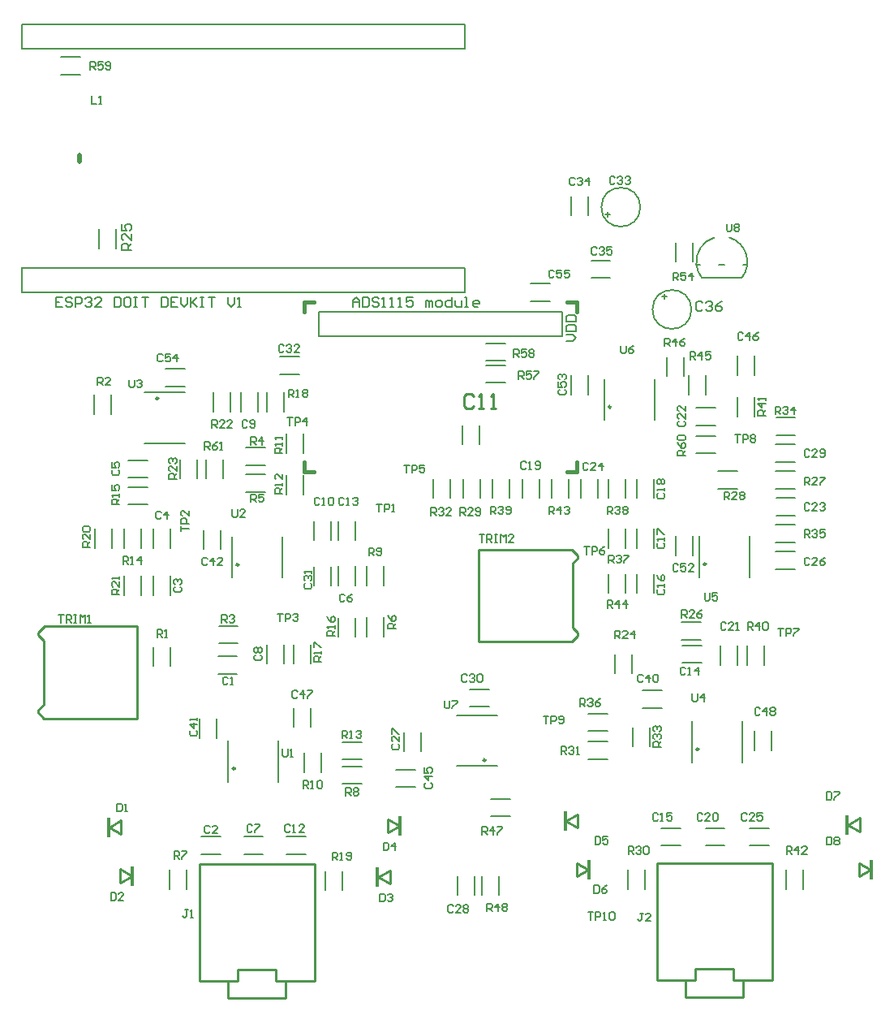
<source format=gto>
G04*
G04 #@! TF.GenerationSoftware,Altium Limited,Altium Designer,19.1.8 (144)*
G04*
G04 Layer_Color=65535*
%FSLAX25Y25*%
%MOIN*%
G70*
G01*
G75*
%ADD10C,0.00600*%
%ADD11C,0.01000*%
%ADD12C,0.00500*%
%ADD13C,0.00787*%
%ADD14C,0.01500*%
%ADD15C,0.01984*%
%ADD16C,0.00700*%
%ADD17C,0.00591*%
%ADD18C,0.00800*%
%ADD19R,0.01181X0.08268*%
D10*
X275500Y275000D02*
G03*
X275500Y275000I-8000J0D01*
G01*
X254500Y317000D02*
G03*
X254500Y317000I-8000J0D01*
G01*
X263500Y280500D02*
X265500D01*
X264500Y279500D02*
Y281500D01*
X299350Y165150D02*
Y181850D01*
X278650Y165150D02*
Y181850D01*
X276043Y174063D02*
Y181937D01*
X268957Y174063D02*
Y181937D01*
X205957Y197563D02*
Y205437D01*
X213043Y197563D02*
Y205437D01*
X193790Y197563D02*
Y205437D01*
X200877Y197563D02*
Y205437D01*
X169457Y197563D02*
Y205437D01*
X176543Y197563D02*
Y205437D01*
X188710Y197563D02*
Y205437D01*
X181623Y197563D02*
Y205437D01*
X188543Y219563D02*
Y227437D01*
X181457Y219563D02*
Y227437D01*
X31957Y300063D02*
Y307937D01*
X39043Y300063D02*
Y307937D01*
X233063Y97543D02*
X240937D01*
X233063Y90457D02*
X240937D01*
X124957Y36563D02*
Y44437D01*
X132043Y36563D02*
Y44437D01*
X109063Y51457D02*
X116937D01*
X109063Y58543D02*
X116937D01*
X91593D02*
X99467D01*
X91593Y51457D02*
X99467D01*
X82043Y176563D02*
Y184437D01*
X74957Y176563D02*
Y184437D01*
X260043Y197563D02*
Y205437D01*
X252957Y197563D02*
Y205437D01*
X248543Y177063D02*
Y184937D01*
X241457Y177063D02*
Y184937D01*
X248543Y197563D02*
Y205437D01*
X241457Y197563D02*
Y205437D01*
X229957Y197563D02*
Y205437D01*
X237043Y197563D02*
Y205437D01*
X225043Y197563D02*
Y205437D01*
X217957Y197563D02*
Y205437D01*
X260043Y177063D02*
Y184937D01*
X252957Y177063D02*
Y184937D01*
X310276Y223457D02*
X318150D01*
X310276Y230543D02*
X318150D01*
X310216Y168457D02*
X318090D01*
X310216Y175543D02*
X318090D01*
X310216Y186543D02*
X318090D01*
X310216Y179457D02*
X318090D01*
X310276Y197543D02*
X318150D01*
X310276Y190457D02*
X318150D01*
X310216Y208543D02*
X318090D01*
X310216Y201457D02*
X318090D01*
X310216Y212457D02*
X318090D01*
X310216Y219543D02*
X318090D01*
X286563Y208543D02*
X294437D01*
X286563Y201457D02*
X294437D01*
X277563Y215957D02*
X285437D01*
X277563Y223043D02*
X285437D01*
X277563Y227457D02*
X285437D01*
X277563Y234543D02*
X285437D01*
X265457Y247563D02*
Y255437D01*
X272543Y247563D02*
Y255437D01*
X281543Y240063D02*
Y247937D01*
X274457Y240063D02*
Y247937D01*
X16563Y371457D02*
X24437D01*
X16563Y378543D02*
X24437D01*
X60957Y37063D02*
Y44937D01*
X68043Y37063D02*
Y44937D01*
X74063Y58543D02*
X81937D01*
X74063Y51457D02*
X81937D01*
X154063Y78957D02*
X161937D01*
X154063Y86043D02*
X161937D01*
X132063Y80244D02*
X139937D01*
X132063Y87331D02*
X139937D01*
X132063Y90244D02*
X139937D01*
X132063Y97331D02*
X139937D01*
X123543Y85063D02*
Y92937D01*
X116457Y85063D02*
Y92937D01*
X119043Y103563D02*
Y111437D01*
X111957Y103563D02*
Y111437D01*
X85150Y81150D02*
Y97850D01*
X105850Y81150D02*
Y97850D01*
X80543Y99063D02*
Y106937D01*
X73457Y99063D02*
Y106937D01*
X29957Y232063D02*
Y239937D01*
X37043Y232063D02*
Y239937D01*
X106563Y255543D02*
X114437D01*
X106563Y248457D02*
X114437D01*
X78957Y233063D02*
Y240937D01*
X86043Y233063D02*
Y240937D01*
X90457Y233063D02*
Y240937D01*
X97543Y233063D02*
Y240937D01*
X108043Y233063D02*
Y240937D01*
X100957Y233063D02*
Y240937D01*
X108957Y216063D02*
Y223937D01*
X116043Y216063D02*
Y223937D01*
X108957Y199063D02*
Y206937D01*
X116043Y199063D02*
Y206937D01*
X92563Y207256D02*
X100437D01*
X92563Y200169D02*
X100437D01*
X92563Y211169D02*
X100437D01*
X92563Y218256D02*
X100437D01*
X83043Y205563D02*
Y213437D01*
X75957Y205563D02*
Y213437D01*
X72543Y205563D02*
Y213437D01*
X65457Y205563D02*
Y213437D01*
X44063Y213043D02*
X51937D01*
X44063Y205957D02*
X51937D01*
X44063Y202043D02*
X51937D01*
X44063Y194957D02*
X51937D01*
X30457Y177063D02*
Y184937D01*
X37543Y177063D02*
Y184937D01*
X49543Y177123D02*
Y184997D01*
X42457Y177123D02*
Y184997D01*
Y157776D02*
Y165650D01*
X49543Y157776D02*
Y165650D01*
X61543Y157776D02*
Y165650D01*
X54457Y157776D02*
Y165650D01*
X61543Y128563D02*
Y136437D01*
X54457Y128563D02*
Y136437D01*
X81276Y145043D02*
X89150D01*
X81276Y137957D02*
X89150D01*
X81035Y132543D02*
X88910D01*
X81035Y125457D02*
X88910D01*
X108043Y129563D02*
Y137437D01*
X100957Y129563D02*
Y137437D01*
X111957Y129563D02*
Y137437D01*
X119043Y129563D02*
Y137437D01*
X141957Y161776D02*
Y169650D01*
X149043Y161776D02*
Y169650D01*
X141957Y140776D02*
Y148650D01*
X149043Y140776D02*
Y148650D01*
X137543Y140563D02*
Y148437D01*
X130457Y140563D02*
Y148437D01*
Y161776D02*
Y169650D01*
X137543Y161776D02*
Y169650D01*
X127543Y161563D02*
Y169437D01*
X120457Y161563D02*
Y169437D01*
X260043Y158563D02*
Y166437D01*
X252957Y158563D02*
Y166437D01*
X241457Y158563D02*
Y166437D01*
X248543Y158563D02*
Y166437D01*
X271488Y146543D02*
X279362D01*
X271488Y139457D02*
X279362D01*
X271776Y137043D02*
X279650D01*
X271776Y129957D02*
X279650D01*
X255563Y111457D02*
X263437D01*
X255563Y118543D02*
X263437D01*
X258543Y95563D02*
Y103437D01*
X251457Y95563D02*
Y103437D01*
X196543Y34563D02*
Y42437D01*
X189457Y34563D02*
Y42437D01*
X186543Y34563D02*
Y42437D01*
X179457Y34563D02*
Y42437D01*
X233043Y240063D02*
Y247937D01*
X225957Y240063D02*
Y247937D01*
X260350Y229650D02*
Y246350D01*
X239650Y229650D02*
Y246350D01*
X209563Y285543D02*
X217437D01*
X209563Y278457D02*
X217437D01*
X234263Y287957D02*
X242137D01*
X234263Y295043D02*
X242137D01*
X276043Y294563D02*
Y302437D01*
X268957Y294563D02*
Y302437D01*
X240000Y314000D02*
X242000D01*
X241000Y313000D02*
Y315000D01*
X225957Y313563D02*
Y321437D01*
X233043Y313563D02*
Y321437D01*
X179150Y87650D02*
X195850D01*
X179150Y108350D02*
X195850D01*
X296350Y89150D02*
Y105850D01*
X275650Y89150D02*
Y105850D01*
X50650Y240850D02*
X67350D01*
X50650Y220150D02*
X67350D01*
X86650Y164863D02*
Y181563D01*
X107350Y164863D02*
Y181563D01*
X61543Y177063D02*
Y184937D01*
X54457Y177063D02*
Y184937D01*
X301457Y94063D02*
Y101937D01*
X308543Y94063D02*
Y101937D01*
X301543Y248063D02*
Y255937D01*
X294457Y248063D02*
Y255937D01*
X59563Y250543D02*
X67437D01*
X59563Y243457D02*
X67437D01*
X193063Y66957D02*
X200937D01*
X193063Y74043D02*
X200937D01*
X191063Y253957D02*
X198937D01*
X191063Y261043D02*
X198937D01*
X191063Y252043D02*
X198937D01*
X191063Y244957D02*
X198937D01*
X164543Y93563D02*
Y101437D01*
X157457Y93563D02*
Y101437D01*
X301543Y231063D02*
Y238937D01*
X294457Y231063D02*
Y238937D01*
X184563Y111957D02*
X192437D01*
X184563Y119043D02*
X192437D01*
X120457Y180276D02*
Y188150D01*
X127543Y180276D02*
Y188150D01*
X130457Y180276D02*
Y188150D01*
X137543Y180276D02*
Y188150D01*
X243957Y125563D02*
Y133437D01*
X251043Y125563D02*
Y133437D01*
X263063Y54957D02*
X270937D01*
X263063Y62043D02*
X270937D01*
X256543Y37063D02*
Y44937D01*
X249457Y37063D02*
Y44937D01*
X281343Y54957D02*
X289217D01*
X281343Y62043D02*
X289217D01*
X287457Y129063D02*
Y136937D01*
X294543Y129063D02*
Y136937D01*
X233063Y101957D02*
X240937D01*
X233063Y109043D02*
X240937D01*
X305543Y129063D02*
Y136937D01*
X298457Y129063D02*
Y136937D01*
X321543Y37063D02*
Y44937D01*
X314457Y37063D02*
Y44937D01*
X299563Y62043D02*
X307437D01*
X299563Y54957D02*
X307437D01*
D11*
X281500Y170500D02*
G03*
X281500Y170500I-500J0D01*
G01*
X88000Y86500D02*
G03*
X88000Y86500I-500J0D01*
G01*
X242500Y235000D02*
G03*
X242500Y235000I-500J0D01*
G01*
X191000Y90000D02*
G03*
X191000Y90000I-500J0D01*
G01*
X278500Y94500D02*
G03*
X278500Y94500I-500J0D01*
G01*
X56500Y238500D02*
G03*
X56500Y238500I-500J0D01*
G01*
X89500Y170213D02*
G03*
X89500Y170213I-500J0D01*
G01*
X146776Y42000D02*
X151697Y44756D01*
Y39244D02*
Y44756D01*
X146776Y42000D02*
X151697Y39244D01*
X9543Y107102D02*
X47791D01*
X7083Y109563D02*
X9543Y107102D01*
X9677Y144898D02*
X47791D01*
X9617D02*
X9677D01*
X7083Y142364D02*
X9617Y144898D01*
X9287Y112752D02*
Y139052D01*
X7083Y110547D02*
X9287Y112752D01*
Y139052D02*
Y139097D01*
X7083Y141302D02*
X9287Y139097D01*
X7083Y109563D02*
Y110547D01*
Y141302D02*
Y142364D01*
X47791Y107102D02*
Y144898D01*
X36276Y62500D02*
X41197Y65256D01*
Y59744D02*
Y65256D01*
X36276Y62500D02*
X41197Y59744D01*
X40803Y39744D02*
X45724Y42500D01*
X40803Y39744D02*
Y45256D01*
X45724Y42500D01*
X104874Y-716D02*
X108811D01*
X104874D02*
Y4008D01*
X85189Y-716D02*
X89126D01*
X85189Y-7803D02*
Y-716D01*
X73378D02*
X85189D01*
X89126D02*
Y4008D01*
X108811Y-716D02*
X120622D01*
X108811Y-7803D02*
Y-716D01*
X85189Y-7803D02*
X108811D01*
X89126Y4008D02*
X104874D01*
X120622Y-716D02*
Y47315D01*
X73378Y-716D02*
Y47315D01*
X120622D01*
X150803Y60244D02*
X155724Y63000D01*
X150803Y60244D02*
Y65756D01*
X155724Y63000D01*
X261378Y47815D02*
X308622D01*
X261378Y-216D02*
Y47815D01*
X308622Y-216D02*
Y47815D01*
X277126Y4508D02*
X292874D01*
X273189Y-7303D02*
X296811D01*
Y-216D01*
X308622D01*
X277126D02*
Y4508D01*
X261378Y-216D02*
X273189D01*
Y-7303D02*
Y-216D01*
X277126D01*
X292874D02*
Y4508D01*
Y-216D02*
X296811D01*
X228303Y42244D02*
X233224Y45000D01*
X228303Y42244D02*
Y47756D01*
X233224Y45000D01*
X223815Y65000D02*
X228736Y67756D01*
Y62244D02*
Y67756D01*
X223815Y65000D02*
X228736Y62244D01*
X188209Y138602D02*
Y176398D01*
X228917Y141136D02*
Y142198D01*
Y172953D02*
Y173937D01*
X226713Y144403D02*
X228917Y142198D01*
X226713Y144403D02*
Y144448D01*
Y170748D02*
X228917Y172953D01*
X226713Y144448D02*
Y170748D01*
X226383Y138602D02*
X228917Y141136D01*
X226323Y138602D02*
X226383D01*
X188209D02*
X226323D01*
X226457Y176398D02*
X228917Y173937D01*
X188209Y176398D02*
X226457D01*
X339776Y63500D02*
X344697Y60744D01*
Y66256D01*
X339776Y63500D02*
X344697Y66256D01*
X344303Y47756D02*
X349224Y45000D01*
X344303Y42244D02*
Y47756D01*
Y42244D02*
X349224Y45000D01*
X185999Y239398D02*
X184999Y240398D01*
X183000D01*
X182000Y239398D01*
Y235400D01*
X183000Y234400D01*
X184999D01*
X185999Y235400D01*
X187998Y234400D02*
X189997D01*
X188998D01*
Y240398D01*
X187998Y239398D01*
X192996Y234400D02*
X194996D01*
X193996D01*
Y240398D01*
X192996Y239398D01*
D12*
X296246Y288000D02*
G03*
X291096Y304533I-8246J6500D01*
G01*
X284904Y304533D02*
G03*
X277548Y293500I3096J-10033D01*
G01*
X277548D02*
G03*
X279754Y288000I10452J1000D01*
G01*
X421Y282079D02*
X182500Y282079D01*
Y291921D01*
X421Y282079D02*
Y292500D01*
Y382079D02*
Y391921D01*
Y291921D02*
X182500Y291921D01*
X500Y382079D02*
X182500D01*
Y391921D01*
X421Y391921D02*
X182500Y391921D01*
X296873Y293500D02*
X298452D01*
X286873D02*
X289127D01*
X277548D02*
X279127D01*
X279754Y288000D02*
X296246D01*
D13*
X122500Y264000D02*
Y274000D01*
Y264000D02*
X222500D01*
Y274000D01*
X122500D02*
X222500D01*
D14*
X116500Y208500D02*
Y212437D01*
Y274063D02*
Y278000D01*
X228500Y208500D02*
Y212437D01*
Y274063D02*
Y278000D01*
X116500Y208500D02*
X120437D01*
X224563D02*
X228500D01*
X116500Y278000D02*
X120437D01*
X224563D02*
X228500D01*
D15*
X24000Y335750D02*
Y338250D01*
D16*
X280166Y277832D02*
X279499Y278499D01*
X278166D01*
X277500Y277832D01*
Y275166D01*
X278166Y274500D01*
X279499D01*
X280166Y275166D01*
X281499Y277832D02*
X282165Y278499D01*
X283498D01*
X284165Y277832D01*
Y277166D01*
X283498Y276499D01*
X282832D01*
X283498D01*
X284165Y275833D01*
Y275166D01*
X283498Y274500D01*
X282165D01*
X281499Y275166D01*
X288163Y278499D02*
X286830Y277832D01*
X285497Y276499D01*
Y275166D01*
X286164Y274500D01*
X287497D01*
X288163Y275166D01*
Y275833D01*
X287497Y276499D01*
X285497D01*
D17*
X281000Y158649D02*
Y156025D01*
X281525Y155500D01*
X282574D01*
X283099Y156025D01*
Y158649D01*
X286248D02*
X284149D01*
Y157074D01*
X285198Y157599D01*
X285723D01*
X286248Y157074D01*
Y156025D01*
X285723Y155500D01*
X284673D01*
X284149Y156025D01*
X270099Y170124D02*
X269574Y170649D01*
X268525D01*
X268000Y170124D01*
Y168025D01*
X268525Y167500D01*
X269574D01*
X270099Y168025D01*
X273248Y170649D02*
X271149D01*
Y169074D01*
X272198Y169599D01*
X272723D01*
X273248Y169074D01*
Y168025D01*
X272723Y167500D01*
X271673D01*
X271149Y168025D01*
X276396Y167500D02*
X274297D01*
X276396Y169599D01*
Y170124D01*
X275871Y170649D01*
X274822D01*
X274297Y170124D01*
X207599Y212124D02*
X207074Y212649D01*
X206025D01*
X205500Y212124D01*
Y210025D01*
X206025Y209500D01*
X207074D01*
X207599Y210025D01*
X208649Y209500D02*
X209698D01*
X209173D01*
Y212649D01*
X208649Y212124D01*
X211272Y210025D02*
X211797Y209500D01*
X212847D01*
X213371Y210025D01*
Y212124D01*
X212847Y212649D01*
X211797D01*
X211272Y212124D01*
Y211599D01*
X211797Y211074D01*
X213371D01*
X193000Y191000D02*
Y194149D01*
X194574D01*
X195099Y193624D01*
Y192574D01*
X194574Y192050D01*
X193000D01*
X194050D02*
X195099Y191000D01*
X196149Y193624D02*
X196673Y194149D01*
X197723D01*
X198248Y193624D01*
Y193099D01*
X197723Y192574D01*
X197198D01*
X197723D01*
X198248Y192050D01*
Y191525D01*
X197723Y191000D01*
X196673D01*
X196149Y191525D01*
X199297D02*
X199822Y191000D01*
X200871D01*
X201396Y191525D01*
Y193624D01*
X200871Y194149D01*
X199822D01*
X199297Y193624D01*
Y193099D01*
X199822Y192574D01*
X201396D01*
X168500Y190500D02*
Y193649D01*
X170074D01*
X170599Y193124D01*
Y192074D01*
X170074Y191550D01*
X168500D01*
X169550D02*
X170599Y190500D01*
X171649Y193124D02*
X172173Y193649D01*
X173223D01*
X173748Y193124D01*
Y192599D01*
X173223Y192074D01*
X172698D01*
X173223D01*
X173748Y191550D01*
Y191025D01*
X173223Y190500D01*
X172173D01*
X171649Y191025D01*
X176896Y190500D02*
X174797D01*
X176896Y192599D01*
Y193124D01*
X176372Y193649D01*
X175322D01*
X174797Y193124D01*
X180500Y190500D02*
Y193649D01*
X182074D01*
X182599Y193124D01*
Y192074D01*
X182074Y191550D01*
X180500D01*
X181550D02*
X182599Y190500D01*
X185748D02*
X183649D01*
X185748Y192599D01*
Y193124D01*
X185223Y193649D01*
X184173D01*
X183649Y193124D01*
X186797Y191025D02*
X187322Y190500D01*
X188372D01*
X188896Y191025D01*
Y193124D01*
X188372Y193649D01*
X187322D01*
X186797Y193124D01*
Y192599D01*
X187322Y192074D01*
X188896D01*
X45500Y299500D02*
X41564D01*
Y301468D01*
X42220Y302124D01*
X43532D01*
X44188Y301468D01*
Y299500D01*
Y300812D02*
X45500Y302124D01*
Y306060D02*
Y303436D01*
X42876Y306060D01*
X42220D01*
X41564Y305404D01*
Y304092D01*
X42220Y303436D01*
X41564Y309995D02*
Y307371D01*
X43532D01*
X42876Y308683D01*
Y309339D01*
X43532Y309995D01*
X44844D01*
X45500Y309339D01*
Y308027D01*
X44844Y307371D01*
X29000Y362649D02*
Y359500D01*
X31099D01*
X32149D02*
X33198D01*
X32673D01*
Y362649D01*
X32149Y362124D01*
X31500Y244000D02*
Y247149D01*
X33074D01*
X33599Y246624D01*
Y245574D01*
X33074Y245050D01*
X31500D01*
X32550D02*
X33599Y244000D01*
X36748D02*
X34649D01*
X36748Y246099D01*
Y246624D01*
X36223Y247149D01*
X35173D01*
X34649Y246624D01*
X227599Y328624D02*
X227074Y329149D01*
X226025D01*
X225500Y328624D01*
Y326525D01*
X226025Y326000D01*
X227074D01*
X227599Y326525D01*
X228649Y328624D02*
X229173Y329149D01*
X230223D01*
X230748Y328624D01*
Y328099D01*
X230223Y327574D01*
X229698D01*
X230223D01*
X230748Y327049D01*
Y326525D01*
X230223Y326000D01*
X229173D01*
X228649Y326525D01*
X233371Y326000D02*
Y329149D01*
X231797Y327574D01*
X233896D01*
X244099Y329124D02*
X243574Y329649D01*
X242525D01*
X242000Y329124D01*
Y327025D01*
X242525Y326500D01*
X243574D01*
X244099Y327025D01*
X245149Y329124D02*
X245673Y329649D01*
X246723D01*
X247248Y329124D01*
Y328599D01*
X246723Y328074D01*
X246198D01*
X246723D01*
X247248Y327550D01*
Y327025D01*
X246723Y326500D01*
X245673D01*
X245149Y327025D01*
X248297Y329124D02*
X248822Y329649D01*
X249871D01*
X250396Y329124D01*
Y328599D01*
X249871Y328074D01*
X249347D01*
X249871D01*
X250396Y327550D01*
Y327025D01*
X249871Y326500D01*
X248822D01*
X248297Y327025D01*
X75500Y217500D02*
Y220649D01*
X77074D01*
X77599Y220124D01*
Y219074D01*
X77074Y218549D01*
X75500D01*
X76550D02*
X77599Y217500D01*
X80748Y220649D02*
X79698Y220124D01*
X78649Y219074D01*
Y218025D01*
X79173Y217500D01*
X80223D01*
X80748Y218025D01*
Y218549D01*
X80223Y219074D01*
X78649D01*
X81797Y217500D02*
X82847D01*
X82322D01*
Y220649D01*
X81797Y220124D01*
X273000Y215000D02*
X269851D01*
Y216574D01*
X270376Y217099D01*
X271426D01*
X271951Y216574D01*
Y215000D01*
Y216050D02*
X273000Y217099D01*
X269851Y220248D02*
X270376Y219198D01*
X271426Y218149D01*
X272475D01*
X273000Y218673D01*
Y219723D01*
X272475Y220248D01*
X271951D01*
X271426Y219723D01*
Y218149D01*
X270376Y221297D02*
X269851Y221822D01*
Y222871D01*
X270376Y223396D01*
X272475D01*
X273000Y222871D01*
Y221822D01*
X272475Y221297D01*
X270376D01*
X219099Y290624D02*
X218574Y291149D01*
X217525D01*
X217000Y290624D01*
Y288525D01*
X217525Y288000D01*
X218574D01*
X219099Y288525D01*
X222248Y291149D02*
X220149D01*
Y289574D01*
X221198Y290099D01*
X221723D01*
X222248Y289574D01*
Y288525D01*
X221723Y288000D01*
X220673D01*
X220149Y288525D01*
X225396Y291149D02*
X223297D01*
Y289574D01*
X224347Y290099D01*
X224871D01*
X225396Y289574D01*
Y288525D01*
X224871Y288000D01*
X223822D01*
X223297Y288525D01*
X28500Y373500D02*
Y376649D01*
X30074D01*
X30599Y376124D01*
Y375074D01*
X30074Y374550D01*
X28500D01*
X29550D02*
X30599Y373500D01*
X33748Y376649D02*
X31649D01*
Y375074D01*
X32698Y375599D01*
X33223D01*
X33748Y375074D01*
Y374025D01*
X33223Y373500D01*
X32173D01*
X31649Y374025D01*
X34797D02*
X35322Y373500D01*
X36371D01*
X36896Y374025D01*
Y376124D01*
X36371Y376649D01*
X35322D01*
X34797Y376124D01*
Y375599D01*
X35322Y375074D01*
X36896D01*
X233000Y27649D02*
X235099D01*
X234050D01*
Y24500D01*
X236149D02*
Y27649D01*
X237723D01*
X238248Y27124D01*
Y26074D01*
X237723Y25550D01*
X236149D01*
X239297Y24500D02*
X240347D01*
X239822D01*
Y27649D01*
X239297Y27124D01*
X241921D02*
X242446Y27649D01*
X243495D01*
X244020Y27124D01*
Y25025D01*
X243495Y24500D01*
X242446D01*
X241921Y25025D01*
Y27124D01*
X214700Y108149D02*
X216799D01*
X215750D01*
Y105000D01*
X217849D02*
Y108149D01*
X219423D01*
X219948Y107624D01*
Y106574D01*
X219423Y106050D01*
X217849D01*
X220997Y105525D02*
X221522Y105000D01*
X222571D01*
X223096Y105525D01*
Y107624D01*
X222571Y108149D01*
X221522D01*
X220997Y107624D01*
Y107099D01*
X221522Y106574D01*
X223096D01*
X293500Y223649D02*
X295599D01*
X294549D01*
Y220500D01*
X296649D02*
Y223649D01*
X298223D01*
X298748Y223124D01*
Y222074D01*
X298223Y221550D01*
X296649D01*
X299797Y223124D02*
X300322Y223649D01*
X301372D01*
X301896Y223124D01*
Y222599D01*
X301372Y222074D01*
X301896Y221550D01*
Y221025D01*
X301372Y220500D01*
X300322D01*
X299797Y221025D01*
Y221550D01*
X300322Y222074D01*
X299797Y222599D01*
Y223124D01*
X300322Y222074D02*
X301372D01*
X311200Y144149D02*
X313299D01*
X312249D01*
Y141000D01*
X314349D02*
Y144149D01*
X315923D01*
X316448Y143624D01*
Y142574D01*
X315923Y142050D01*
X314349D01*
X317497Y144149D02*
X319596D01*
Y143624D01*
X317497Y141525D01*
Y141000D01*
X231500Y177649D02*
X233599D01*
X232550D01*
Y174500D01*
X234649D02*
Y177649D01*
X236223D01*
X236748Y177124D01*
Y176074D01*
X236223Y175549D01*
X234649D01*
X239896Y177649D02*
X238847Y177124D01*
X237797Y176074D01*
Y175025D01*
X238322Y174500D01*
X239371D01*
X239896Y175025D01*
Y175549D01*
X239371Y176074D01*
X237797D01*
X157500Y211149D02*
X159599D01*
X158549D01*
Y208000D01*
X160649D02*
Y211149D01*
X162223D01*
X162748Y210624D01*
Y209574D01*
X162223Y209050D01*
X160649D01*
X165896Y211149D02*
X163797D01*
Y209574D01*
X164847Y210099D01*
X165372D01*
X165896Y209574D01*
Y208525D01*
X165372Y208000D01*
X164322D01*
X163797Y208525D01*
X109500Y230649D02*
X111599D01*
X110549D01*
Y227500D01*
X112649D02*
Y230649D01*
X114223D01*
X114748Y230124D01*
Y229074D01*
X114223Y228550D01*
X112649D01*
X117371Y227500D02*
Y230649D01*
X115797Y229074D01*
X117896D01*
X105500Y150149D02*
X107599D01*
X106550D01*
Y147000D01*
X108649D02*
Y150149D01*
X110223D01*
X110748Y149624D01*
Y148574D01*
X110223Y148049D01*
X108649D01*
X111797Y149624D02*
X112322Y150149D01*
X113372D01*
X113896Y149624D01*
Y149099D01*
X113372Y148574D01*
X112847D01*
X113372D01*
X113896Y148049D01*
Y147525D01*
X113372Y147000D01*
X112322D01*
X111797Y147525D01*
X65851Y184000D02*
Y186099D01*
Y185049D01*
X69000D01*
Y187149D02*
X65851D01*
Y188723D01*
X66376Y189248D01*
X67426D01*
X67950Y188723D01*
Y187149D01*
X69000Y192396D02*
Y190297D01*
X66901Y192396D01*
X66376D01*
X65851Y191872D01*
Y190822D01*
X66376Y190297D01*
X146200Y195149D02*
X148299D01*
X147249D01*
Y192000D01*
X149349D02*
Y195149D01*
X150923D01*
X151448Y194624D01*
Y193574D01*
X150923Y193050D01*
X149349D01*
X152497Y192000D02*
X153547D01*
X153022D01*
Y195149D01*
X152497Y194624D01*
X58299Y256224D02*
X57774Y256749D01*
X56725D01*
X56200Y256224D01*
Y254125D01*
X56725Y253600D01*
X57774D01*
X58299Y254125D01*
X61448Y256749D02*
X59349D01*
Y255174D01*
X60398Y255699D01*
X60923D01*
X61448Y255174D01*
Y254125D01*
X60923Y253600D01*
X59873D01*
X59349Y254125D01*
X64072Y253600D02*
Y256749D01*
X62497Y255174D01*
X64596D01*
X221376Y242099D02*
X220851Y241574D01*
Y240525D01*
X221376Y240000D01*
X223475D01*
X224000Y240525D01*
Y241574D01*
X223475Y242099D01*
X220851Y245248D02*
Y243149D01*
X222426D01*
X221901Y244198D01*
Y244723D01*
X222426Y245248D01*
X223475D01*
X224000Y244723D01*
Y243673D01*
X223475Y243149D01*
X221376Y246297D02*
X220851Y246822D01*
Y247871D01*
X221376Y248396D01*
X221901D01*
X222426Y247871D01*
Y247347D01*
Y247871D01*
X222951Y248396D01*
X223475D01*
X224000Y247871D01*
Y246822D01*
X223475Y246297D01*
X303699Y111124D02*
X303174Y111649D01*
X302125D01*
X301600Y111124D01*
Y109025D01*
X302125Y108500D01*
X303174D01*
X303699Y109025D01*
X306323Y108500D02*
Y111649D01*
X304749Y110074D01*
X306848D01*
X307897Y111124D02*
X308422Y111649D01*
X309472D01*
X309996Y111124D01*
Y110599D01*
X309472Y110074D01*
X309996Y109549D01*
Y109025D01*
X309472Y108500D01*
X308422D01*
X307897Y109025D01*
Y109549D01*
X308422Y110074D01*
X307897Y110599D01*
Y111124D01*
X308422Y110074D02*
X309472D01*
X113599Y118124D02*
X113074Y118649D01*
X112025D01*
X111500Y118124D01*
Y116025D01*
X112025Y115500D01*
X113074D01*
X113599Y116025D01*
X116223Y115500D02*
Y118649D01*
X114649Y117074D01*
X116748D01*
X117797Y118649D02*
X119896D01*
Y118124D01*
X117797Y116025D01*
Y115500D01*
X296699Y265124D02*
X296174Y265649D01*
X295125D01*
X294600Y265124D01*
Y263025D01*
X295125Y262500D01*
X296174D01*
X296699Y263025D01*
X299323Y262500D02*
Y265649D01*
X297749Y264074D01*
X299848D01*
X302996Y265649D02*
X301947Y265124D01*
X300897Y264074D01*
Y263025D01*
X301422Y262500D01*
X302471D01*
X302996Y263025D01*
Y263549D01*
X302471Y264074D01*
X300897D01*
X290000Y310149D02*
Y307525D01*
X290525Y307000D01*
X291574D01*
X292099Y307525D01*
Y310149D01*
X293149Y309624D02*
X293673Y310149D01*
X294723D01*
X295248Y309624D01*
Y309099D01*
X294723Y308574D01*
X295248Y308050D01*
Y307525D01*
X294723Y307000D01*
X293673D01*
X293149Y307525D01*
Y308050D01*
X293673Y308574D01*
X293149Y309099D01*
Y309624D01*
X293673Y308574D02*
X294723D01*
X174100Y114349D02*
Y111725D01*
X174625Y111200D01*
X175674D01*
X176199Y111725D01*
Y114349D01*
X177249D02*
X179348D01*
Y113824D01*
X177249Y111725D01*
Y111200D01*
X246500Y260149D02*
Y257525D01*
X247025Y257000D01*
X248074D01*
X248599Y257525D01*
Y260149D01*
X251748D02*
X250698Y259624D01*
X249649Y258574D01*
Y257525D01*
X250173Y257000D01*
X251223D01*
X251748Y257525D01*
Y258050D01*
X251223Y258574D01*
X249649D01*
X275900Y117249D02*
Y114625D01*
X276425Y114100D01*
X277474D01*
X277999Y114625D01*
Y117249D01*
X280623Y114100D02*
Y117249D01*
X279049Y115674D01*
X281148D01*
X44500Y246149D02*
Y243525D01*
X45025Y243000D01*
X46074D01*
X46599Y243525D01*
Y246149D01*
X47649Y245624D02*
X48173Y246149D01*
X49223D01*
X49748Y245624D01*
Y245099D01*
X49223Y244574D01*
X48698D01*
X49223D01*
X49748Y244050D01*
Y243525D01*
X49223Y243000D01*
X48173D01*
X47649Y243525D01*
X86900Y192949D02*
Y190325D01*
X87425Y189800D01*
X88474D01*
X88999Y190325D01*
Y192949D01*
X92148Y189800D02*
X90049D01*
X92148Y191899D01*
Y192424D01*
X91623Y192949D01*
X90573D01*
X90049Y192424D01*
X107500Y94649D02*
Y92025D01*
X108025Y91500D01*
X109074D01*
X109599Y92025D01*
Y94649D01*
X110649Y91500D02*
X111698D01*
X111173D01*
Y94649D01*
X110649Y94124D01*
X188300Y182649D02*
X190399D01*
X189349D01*
Y179500D01*
X191449D02*
Y182649D01*
X193023D01*
X193548Y182124D01*
Y181074D01*
X193023Y180550D01*
X191449D01*
X192498D02*
X193548Y179500D01*
X194597Y182649D02*
X195647D01*
X195122D01*
Y179500D01*
X194597D01*
X195647D01*
X197221D02*
Y182649D01*
X198270Y181599D01*
X199320Y182649D01*
Y179500D01*
X202469D02*
X200370D01*
X202469Y181599D01*
Y182124D01*
X201944Y182649D01*
X200894D01*
X200370Y182124D01*
X15500Y149649D02*
X17599D01*
X16549D01*
Y146500D01*
X18649D02*
Y149649D01*
X20223D01*
X20748Y149124D01*
Y148074D01*
X20223Y147549D01*
X18649D01*
X19698D02*
X20748Y146500D01*
X21797Y149649D02*
X22847D01*
X22322D01*
Y146500D01*
X21797D01*
X22847D01*
X24421D02*
Y149649D01*
X25471Y148599D01*
X26520Y149649D01*
Y146500D01*
X27570D02*
X28619D01*
X28094D01*
Y149649D01*
X27570Y149124D01*
X202500Y255500D02*
Y258649D01*
X204074D01*
X204599Y258124D01*
Y257074D01*
X204074Y256550D01*
X202500D01*
X203550D02*
X204599Y255500D01*
X207748Y258649D02*
X205649D01*
Y257074D01*
X206698Y257599D01*
X207223D01*
X207748Y257074D01*
Y256025D01*
X207223Y255500D01*
X206173D01*
X205649Y256025D01*
X208797Y258124D02*
X209322Y258649D01*
X210371D01*
X210896Y258124D01*
Y257599D01*
X210371Y257074D01*
X210896Y256550D01*
Y256025D01*
X210371Y255500D01*
X209322D01*
X208797Y256025D01*
Y256550D01*
X209322Y257074D01*
X208797Y257599D01*
Y258124D01*
X209322Y257074D02*
X210371D01*
X204500Y246500D02*
Y249649D01*
X206074D01*
X206599Y249124D01*
Y248074D01*
X206074Y247550D01*
X204500D01*
X205550D02*
X206599Y246500D01*
X209748Y249649D02*
X207649D01*
Y248074D01*
X208698Y248599D01*
X209223D01*
X209748Y248074D01*
Y247025D01*
X209223Y246500D01*
X208173D01*
X207649Y247025D01*
X210797Y249649D02*
X212896D01*
Y249124D01*
X210797Y247025D01*
Y246500D01*
X268000Y287000D02*
Y290149D01*
X269574D01*
X270099Y289624D01*
Y288574D01*
X269574Y288050D01*
X268000D01*
X269050D02*
X270099Y287000D01*
X273248Y290149D02*
X271149D01*
Y288574D01*
X272198Y289099D01*
X272723D01*
X273248Y288574D01*
Y287525D01*
X272723Y287000D01*
X271673D01*
X271149Y287525D01*
X275871Y287000D02*
Y290149D01*
X274297Y288574D01*
X276396D01*
X191500Y28000D02*
Y31149D01*
X193074D01*
X193599Y30624D01*
Y29574D01*
X193074Y29050D01*
X191500D01*
X192550D02*
X193599Y28000D01*
X196223D02*
Y31149D01*
X194649Y29574D01*
X196748D01*
X197797Y30624D02*
X198322Y31149D01*
X199372D01*
X199896Y30624D01*
Y30099D01*
X199372Y29574D01*
X199896Y29050D01*
Y28525D01*
X199372Y28000D01*
X198322D01*
X197797Y28525D01*
Y29050D01*
X198322Y29574D01*
X197797Y30099D01*
Y30624D01*
X198322Y29574D02*
X199372D01*
X189500Y59500D02*
Y62649D01*
X191074D01*
X191599Y62124D01*
Y61074D01*
X191074Y60549D01*
X189500D01*
X190550D02*
X191599Y59500D01*
X194223D02*
Y62649D01*
X192649Y61074D01*
X194748D01*
X195797Y62649D02*
X197896D01*
Y62124D01*
X195797Y60025D01*
Y59500D01*
X264500Y260000D02*
Y263149D01*
X266074D01*
X266599Y262624D01*
Y261574D01*
X266074Y261050D01*
X264500D01*
X265549D02*
X266599Y260000D01*
X269223D02*
Y263149D01*
X267649Y261574D01*
X269748D01*
X272896Y263149D02*
X271847Y262624D01*
X270797Y261574D01*
Y260525D01*
X271322Y260000D01*
X272372D01*
X272896Y260525D01*
Y261050D01*
X272372Y261574D01*
X270797D01*
X275000Y254500D02*
Y257649D01*
X276574D01*
X277099Y257124D01*
Y256074D01*
X276574Y255550D01*
X275000D01*
X276049D02*
X277099Y254500D01*
X279723D02*
Y257649D01*
X278149Y256074D01*
X280248D01*
X283396Y257649D02*
X281297D01*
Y256074D01*
X282347Y256599D01*
X282872D01*
X283396Y256074D01*
Y255025D01*
X282872Y254500D01*
X281822D01*
X281297Y255025D01*
X241000Y152500D02*
Y155649D01*
X242574D01*
X243099Y155124D01*
Y154074D01*
X242574Y153550D01*
X241000D01*
X242050D02*
X243099Y152500D01*
X245723D02*
Y155649D01*
X244149Y154074D01*
X246248D01*
X248871Y152500D02*
Y155649D01*
X247297Y154074D01*
X249396D01*
X217000Y191000D02*
Y194149D01*
X218574D01*
X219099Y193624D01*
Y192574D01*
X218574Y192050D01*
X217000D01*
X218050D02*
X219099Y191000D01*
X221723D02*
Y194149D01*
X220149Y192574D01*
X222248D01*
X223297Y193624D02*
X223822Y194149D01*
X224871D01*
X225396Y193624D01*
Y193099D01*
X224871Y192574D01*
X224347D01*
X224871D01*
X225396Y192050D01*
Y191525D01*
X224871Y191000D01*
X223822D01*
X223297Y191525D01*
X314600Y51500D02*
Y54649D01*
X316174D01*
X316699Y54124D01*
Y53074D01*
X316174Y52549D01*
X314600D01*
X315650D02*
X316699Y51500D01*
X319323D02*
Y54649D01*
X317749Y53074D01*
X319848D01*
X322996Y51500D02*
X320897D01*
X322996Y53599D01*
Y54124D01*
X322471Y54649D01*
X321422D01*
X320897Y54124D01*
X306000Y231500D02*
X302851D01*
Y233074D01*
X303376Y233599D01*
X304426D01*
X304950Y233074D01*
Y231500D01*
Y232550D02*
X306000Y233599D01*
Y236223D02*
X302851D01*
X304426Y234649D01*
Y236748D01*
X306000Y237797D02*
Y238847D01*
Y238322D01*
X302851D01*
X303376Y237797D01*
X298600Y143500D02*
Y146649D01*
X300174D01*
X300699Y146124D01*
Y145074D01*
X300174Y144550D01*
X298600D01*
X299650D02*
X300699Y143500D01*
X303323D02*
Y146649D01*
X301749Y145074D01*
X303848D01*
X304897Y146124D02*
X305422Y146649D01*
X306471D01*
X306996Y146124D01*
Y144025D01*
X306471Y143500D01*
X305422D01*
X304897Y144025D01*
Y146124D01*
X241000Y191000D02*
Y194149D01*
X242574D01*
X243099Y193624D01*
Y192574D01*
X242574Y192050D01*
X241000D01*
X242050D02*
X243099Y191000D01*
X244149Y193624D02*
X244673Y194149D01*
X245723D01*
X246248Y193624D01*
Y193099D01*
X245723Y192574D01*
X245198D01*
X245723D01*
X246248Y192050D01*
Y191525D01*
X245723Y191000D01*
X244673D01*
X244149Y191525D01*
X247297Y193624D02*
X247822Y194149D01*
X248871D01*
X249396Y193624D01*
Y193099D01*
X248871Y192574D01*
X249396Y192050D01*
Y191525D01*
X248871Y191000D01*
X247822D01*
X247297Y191525D01*
Y192050D01*
X247822Y192574D01*
X247297Y193099D01*
Y193624D01*
X247822Y192574D02*
X248871D01*
X241500Y171000D02*
Y174149D01*
X243074D01*
X243599Y173624D01*
Y172574D01*
X243074Y172049D01*
X241500D01*
X242549D02*
X243599Y171000D01*
X244649Y173624D02*
X245173Y174149D01*
X246223D01*
X246748Y173624D01*
Y173099D01*
X246223Y172574D01*
X245698D01*
X246223D01*
X246748Y172049D01*
Y171525D01*
X246223Y171000D01*
X245173D01*
X244649Y171525D01*
X247797Y174149D02*
X249896D01*
Y173624D01*
X247797Y171525D01*
Y171000D01*
X229700Y112100D02*
Y115249D01*
X231274D01*
X231799Y114724D01*
Y113674D01*
X231274Y113149D01*
X229700D01*
X230750D02*
X231799Y112100D01*
X232849Y114724D02*
X233373Y115249D01*
X234423D01*
X234948Y114724D01*
Y114199D01*
X234423Y113674D01*
X233898D01*
X234423D01*
X234948Y113149D01*
Y112625D01*
X234423Y112100D01*
X233373D01*
X232849Y112625D01*
X238096Y115249D02*
X237047Y114724D01*
X235997Y113674D01*
Y112625D01*
X236522Y112100D01*
X237572D01*
X238096Y112625D01*
Y113149D01*
X237572Y113674D01*
X235997D01*
X322000Y181500D02*
Y184649D01*
X323574D01*
X324099Y184124D01*
Y183074D01*
X323574Y182550D01*
X322000D01*
X323049D02*
X324099Y181500D01*
X325149Y184124D02*
X325673Y184649D01*
X326723D01*
X327248Y184124D01*
Y183599D01*
X326723Y183074D01*
X326198D01*
X326723D01*
X327248Y182550D01*
Y182025D01*
X326723Y181500D01*
X325673D01*
X325149Y182025D01*
X330396Y184649D02*
X328297D01*
Y183074D01*
X329347Y183599D01*
X329872D01*
X330396Y183074D01*
Y182025D01*
X329872Y181500D01*
X328822D01*
X328297Y182025D01*
X310000Y232000D02*
Y235149D01*
X311574D01*
X312099Y234624D01*
Y233574D01*
X311574Y233050D01*
X310000D01*
X311050D02*
X312099Y232000D01*
X313149Y234624D02*
X313673Y235149D01*
X314723D01*
X315248Y234624D01*
Y234099D01*
X314723Y233574D01*
X314198D01*
X314723D01*
X315248Y233050D01*
Y232525D01*
X314723Y232000D01*
X313673D01*
X313149Y232525D01*
X317871Y232000D02*
Y235149D01*
X316297Y233574D01*
X318396D01*
X263000Y95500D02*
X259851D01*
Y97074D01*
X260376Y97599D01*
X261426D01*
X261950Y97074D01*
Y95500D01*
Y96549D02*
X263000Y97599D01*
X260376Y98649D02*
X259851Y99173D01*
Y100223D01*
X260376Y100748D01*
X260901D01*
X261426Y100223D01*
Y99698D01*
Y100223D01*
X261950Y100748D01*
X262475D01*
X263000Y100223D01*
Y99173D01*
X262475Y98649D01*
X260376Y101797D02*
X259851Y102322D01*
Y103372D01*
X260376Y103896D01*
X260901D01*
X261426Y103372D01*
Y102847D01*
Y103372D01*
X261950Y103896D01*
X262475D01*
X263000Y103372D01*
Y102322D01*
X262475Y101797D01*
X222000Y92500D02*
Y95649D01*
X223574D01*
X224099Y95124D01*
Y94074D01*
X223574Y93550D01*
X222000D01*
X223049D02*
X224099Y92500D01*
X225149Y95124D02*
X225673Y95649D01*
X226723D01*
X227248Y95124D01*
Y94599D01*
X226723Y94074D01*
X226198D01*
X226723D01*
X227248Y93550D01*
Y93025D01*
X226723Y92500D01*
X225673D01*
X225149Y93025D01*
X228297Y92500D02*
X229347D01*
X228822D01*
Y95649D01*
X228297Y95124D01*
X249600Y51500D02*
Y54649D01*
X251174D01*
X251699Y54124D01*
Y53074D01*
X251174Y52549D01*
X249600D01*
X250649D02*
X251699Y51500D01*
X252749Y54124D02*
X253273Y54649D01*
X254323D01*
X254848Y54124D01*
Y53599D01*
X254323Y53074D01*
X253798D01*
X254323D01*
X254848Y52549D01*
Y52025D01*
X254323Y51500D01*
X253273D01*
X252749Y52025D01*
X255897Y54124D02*
X256422Y54649D01*
X257471D01*
X257996Y54124D01*
Y52025D01*
X257471Y51500D01*
X256422D01*
X255897Y52025D01*
Y54124D01*
X289000Y197000D02*
Y200149D01*
X290574D01*
X291099Y199624D01*
Y198574D01*
X290574Y198049D01*
X289000D01*
X290050D02*
X291099Y197000D01*
X294248D02*
X292149D01*
X294248Y199099D01*
Y199624D01*
X293723Y200149D01*
X292673D01*
X292149Y199624D01*
X295297D02*
X295822Y200149D01*
X296871D01*
X297396Y199624D01*
Y199099D01*
X296871Y198574D01*
X297396Y198049D01*
Y197525D01*
X296871Y197000D01*
X295822D01*
X295297Y197525D01*
Y198049D01*
X295822Y198574D01*
X295297Y199099D01*
Y199624D01*
X295822Y198574D02*
X296871D01*
X322000Y203000D02*
Y206149D01*
X323574D01*
X324099Y205624D01*
Y204574D01*
X323574Y204049D01*
X322000D01*
X323049D02*
X324099Y203000D01*
X327248D02*
X325149D01*
X327248Y205099D01*
Y205624D01*
X326723Y206149D01*
X325673D01*
X325149Y205624D01*
X328297Y206149D02*
X330396D01*
Y205624D01*
X328297Y203525D01*
Y203000D01*
X271500Y148500D02*
Y151649D01*
X273074D01*
X273599Y151124D01*
Y150074D01*
X273074Y149549D01*
X271500D01*
X272550D02*
X273599Y148500D01*
X276748D02*
X274649D01*
X276748Y150599D01*
Y151124D01*
X276223Y151649D01*
X275173D01*
X274649Y151124D01*
X279896Y151649D02*
X278847Y151124D01*
X277797Y150074D01*
Y149025D01*
X278322Y148500D01*
X279372D01*
X279896Y149025D01*
Y149549D01*
X279372Y150074D01*
X277797D01*
X244100Y140000D02*
Y143149D01*
X245674D01*
X246199Y142624D01*
Y141574D01*
X245674Y141050D01*
X244100D01*
X245149D02*
X246199Y140000D01*
X249348D02*
X247249D01*
X249348Y142099D01*
Y142624D01*
X248823Y143149D01*
X247773D01*
X247249Y142624D01*
X251972Y140000D02*
Y143149D01*
X250397Y141574D01*
X252496D01*
X64000Y205500D02*
X60851D01*
Y207074D01*
X61376Y207599D01*
X62426D01*
X62950Y207074D01*
Y205500D01*
Y206550D02*
X64000Y207599D01*
Y210748D02*
Y208649D01*
X61901Y210748D01*
X61376D01*
X60851Y210223D01*
Y209173D01*
X61376Y208649D01*
Y211797D02*
X60851Y212322D01*
Y213371D01*
X61376Y213896D01*
X61901D01*
X62426Y213371D01*
Y212847D01*
Y213371D01*
X62950Y213896D01*
X63475D01*
X64000Y213371D01*
Y212322D01*
X63475Y211797D01*
X78500Y226500D02*
Y229649D01*
X80074D01*
X80599Y229124D01*
Y228074D01*
X80074Y227550D01*
X78500D01*
X79549D02*
X80599Y226500D01*
X83748D02*
X81649D01*
X83748Y228599D01*
Y229124D01*
X83223Y229649D01*
X82173D01*
X81649Y229124D01*
X86896Y226500D02*
X84797D01*
X86896Y228599D01*
Y229124D01*
X86371Y229649D01*
X85322D01*
X84797Y229124D01*
X40500Y158000D02*
X37351D01*
Y159574D01*
X37876Y160099D01*
X38926D01*
X39450Y159574D01*
Y158000D01*
Y159049D02*
X40500Y160099D01*
Y163248D02*
Y161149D01*
X38401Y163248D01*
X37876D01*
X37351Y162723D01*
Y161673D01*
X37876Y161149D01*
X40500Y164297D02*
Y165347D01*
Y164822D01*
X37351D01*
X37876Y164297D01*
X28500Y177500D02*
X25351D01*
Y179074D01*
X25876Y179599D01*
X26926D01*
X27450Y179074D01*
Y177500D01*
Y178550D02*
X28500Y179599D01*
Y182748D02*
Y180649D01*
X26401Y182748D01*
X25876D01*
X25351Y182223D01*
Y181173D01*
X25876Y180649D01*
Y183797D02*
X25351Y184322D01*
Y185371D01*
X25876Y185896D01*
X27975D01*
X28500Y185371D01*
Y184322D01*
X27975Y183797D01*
X25876D01*
X128000Y49000D02*
Y52149D01*
X129574D01*
X130099Y51624D01*
Y50574D01*
X129574Y50050D01*
X128000D01*
X129050D02*
X130099Y49000D01*
X131149D02*
X132198D01*
X131673D01*
Y52149D01*
X131149Y51624D01*
X133772Y49525D02*
X134297Y49000D01*
X135347D01*
X135872Y49525D01*
Y51624D01*
X135347Y52149D01*
X134297D01*
X133772Y51624D01*
Y51099D01*
X134297Y50574D01*
X135872D01*
X110000Y239000D02*
Y242149D01*
X111574D01*
X112099Y241624D01*
Y240574D01*
X111574Y240050D01*
X110000D01*
X111049D02*
X112099Y239000D01*
X113149D02*
X114198D01*
X113673D01*
Y242149D01*
X113149Y241624D01*
X115772D02*
X116297Y242149D01*
X117347D01*
X117871Y241624D01*
Y241099D01*
X117347Y240574D01*
X117871Y240050D01*
Y239525D01*
X117347Y239000D01*
X116297D01*
X115772Y239525D01*
Y240050D01*
X116297Y240574D01*
X115772Y241099D01*
Y241624D01*
X116297Y240574D02*
X117347D01*
X123500Y130500D02*
X120351D01*
Y132074D01*
X120876Y132599D01*
X121926D01*
X122450Y132074D01*
Y130500D01*
Y131550D02*
X123500Y132599D01*
Y133649D02*
Y134698D01*
Y134173D01*
X120351D01*
X120876Y133649D01*
X120351Y136272D02*
Y138372D01*
X120876D01*
X122975Y136272D01*
X123500D01*
X129000Y141000D02*
X125851D01*
Y142574D01*
X126376Y143099D01*
X127426D01*
X127951Y142574D01*
Y141000D01*
Y142050D02*
X129000Y143099D01*
Y144149D02*
Y145198D01*
Y144673D01*
X125851D01*
X126376Y144149D01*
X125851Y148872D02*
X126376Y147822D01*
X127426Y146772D01*
X128475D01*
X129000Y147297D01*
Y148347D01*
X128475Y148872D01*
X127951D01*
X127426Y148347D01*
Y146772D01*
X40500Y195000D02*
X37351D01*
Y196574D01*
X37876Y197099D01*
X38926D01*
X39450Y196574D01*
Y195000D01*
Y196049D02*
X40500Y197099D01*
Y198149D02*
Y199198D01*
Y198673D01*
X37351D01*
X37876Y198149D01*
X37351Y202871D02*
Y200772D01*
X38926D01*
X38401Y201822D01*
Y202347D01*
X38926Y202871D01*
X39975D01*
X40500Y202347D01*
Y201297D01*
X39975Y200772D01*
X42000Y170500D02*
Y173649D01*
X43574D01*
X44099Y173124D01*
Y172074D01*
X43574Y171549D01*
X42000D01*
X43049D02*
X44099Y170500D01*
X45149D02*
X46198D01*
X45673D01*
Y173649D01*
X45149Y173124D01*
X49347Y170500D02*
Y173649D01*
X47772Y172074D01*
X49872D01*
X132000Y99000D02*
Y102149D01*
X133574D01*
X134099Y101624D01*
Y100574D01*
X133574Y100049D01*
X132000D01*
X133049D02*
X134099Y99000D01*
X135149D02*
X136198D01*
X135673D01*
Y102149D01*
X135149Y101624D01*
X137772D02*
X138297Y102149D01*
X139347D01*
X139872Y101624D01*
Y101099D01*
X139347Y100574D01*
X138822D01*
X139347D01*
X139872Y100049D01*
Y99525D01*
X139347Y99000D01*
X138297D01*
X137772Y99525D01*
X107500Y199500D02*
X104351D01*
Y201074D01*
X104876Y201599D01*
X105926D01*
X106450Y201074D01*
Y199500D01*
Y200550D02*
X107500Y201599D01*
Y202649D02*
Y203698D01*
Y203173D01*
X104351D01*
X104876Y202649D01*
X107500Y207371D02*
Y205272D01*
X105401Y207371D01*
X104876D01*
X104351Y206847D01*
Y205797D01*
X104876Y205272D01*
X107500Y216000D02*
X104351D01*
Y217574D01*
X104876Y218099D01*
X105926D01*
X106450Y217574D01*
Y216000D01*
Y217050D02*
X107500Y218099D01*
Y219149D02*
Y220198D01*
Y219673D01*
X104351D01*
X104876Y219149D01*
X107500Y221772D02*
Y222822D01*
Y222297D01*
X104351D01*
X104876Y221772D01*
X116000Y78500D02*
Y81649D01*
X117574D01*
X118099Y81124D01*
Y80074D01*
X117574Y79549D01*
X116000D01*
X117050D02*
X118099Y78500D01*
X119149D02*
X120198D01*
X119673D01*
Y81649D01*
X119149Y81124D01*
X121772D02*
X122297Y81649D01*
X123347D01*
X123872Y81124D01*
Y79025D01*
X123347Y78500D01*
X122297D01*
X121772Y79025D01*
Y81124D01*
X143000Y174000D02*
Y177149D01*
X144574D01*
X145099Y176624D01*
Y175574D01*
X144574Y175049D01*
X143000D01*
X144050D02*
X145099Y174000D01*
X146149Y174525D02*
X146673Y174000D01*
X147723D01*
X148248Y174525D01*
Y176624D01*
X147723Y177149D01*
X146673D01*
X146149Y176624D01*
Y176099D01*
X146673Y175574D01*
X148248D01*
X133500Y75500D02*
Y78649D01*
X135074D01*
X135599Y78124D01*
Y77074D01*
X135074Y76550D01*
X133500D01*
X134549D02*
X135599Y75500D01*
X136649Y78124D02*
X137173Y78649D01*
X138223D01*
X138748Y78124D01*
Y77599D01*
X138223Y77074D01*
X138748Y76550D01*
Y76025D01*
X138223Y75500D01*
X137173D01*
X136649Y76025D01*
Y76550D01*
X137173Y77074D01*
X136649Y77599D01*
Y78124D01*
X137173Y77074D02*
X138223D01*
X63000Y49500D02*
Y52649D01*
X64574D01*
X65099Y52124D01*
Y51074D01*
X64574Y50550D01*
X63000D01*
X64050D02*
X65099Y49500D01*
X66149Y52649D02*
X68248D01*
Y52124D01*
X66149Y50025D01*
Y49500D01*
X154000Y144000D02*
X150851D01*
Y145574D01*
X151376Y146099D01*
X152426D01*
X152951Y145574D01*
Y144000D01*
Y145050D02*
X154000Y146099D01*
X150851Y149248D02*
X151376Y148198D01*
X152426Y147149D01*
X153475D01*
X154000Y147673D01*
Y148723D01*
X153475Y149248D01*
X152951D01*
X152426Y148723D01*
Y147149D01*
X94500Y196000D02*
Y199149D01*
X96074D01*
X96599Y198624D01*
Y197574D01*
X96074Y197049D01*
X94500D01*
X95549D02*
X96599Y196000D01*
X99748Y199149D02*
X97649D01*
Y197574D01*
X98698Y198099D01*
X99223D01*
X99748Y197574D01*
Y196525D01*
X99223Y196000D01*
X98173D01*
X97649Y196525D01*
X94500Y219500D02*
Y222649D01*
X96074D01*
X96599Y222124D01*
Y221074D01*
X96074Y220550D01*
X94500D01*
X95549D02*
X96599Y219500D01*
X99223D02*
Y222649D01*
X97649Y221074D01*
X99748D01*
X82500Y146500D02*
Y149649D01*
X84074D01*
X84599Y149124D01*
Y148074D01*
X84074Y147549D01*
X82500D01*
X83549D02*
X84599Y146500D01*
X85649Y149124D02*
X86173Y149649D01*
X87223D01*
X87748Y149124D01*
Y148599D01*
X87223Y148074D01*
X86698D01*
X87223D01*
X87748Y147549D01*
Y147025D01*
X87223Y146500D01*
X86173D01*
X85649Y147025D01*
X56000Y140500D02*
Y143649D01*
X57574D01*
X58099Y143124D01*
Y142074D01*
X57574Y141550D01*
X56000D01*
X57050D02*
X58099Y140500D01*
X59149D02*
X60198D01*
X59673D01*
Y143649D01*
X59149Y143124D01*
X255599Y27149D02*
X254550D01*
X255074D01*
Y24525D01*
X254550Y24000D01*
X254025D01*
X253500Y24525D01*
X258748Y24000D02*
X256649D01*
X258748Y26099D01*
Y26624D01*
X258223Y27149D01*
X257173D01*
X256649Y26624D01*
X68599Y28649D02*
X67550D01*
X68074D01*
Y26025D01*
X67550Y25500D01*
X67025D01*
X66500Y26025D01*
X69649Y25500D02*
X70698D01*
X70173D01*
Y28649D01*
X69649Y28124D01*
X331100Y58449D02*
Y55300D01*
X332674D01*
X333199Y55825D01*
Y57924D01*
X332674Y58449D01*
X331100D01*
X334249Y57924D02*
X334773Y58449D01*
X335823D01*
X336348Y57924D01*
Y57399D01*
X335823Y56874D01*
X336348Y56349D01*
Y55825D01*
X335823Y55300D01*
X334773D01*
X334249Y55825D01*
Y56349D01*
X334773Y56874D01*
X334249Y57399D01*
Y57924D01*
X334773Y56874D02*
X335823D01*
X331100Y76949D02*
Y73800D01*
X332674D01*
X333199Y74325D01*
Y76424D01*
X332674Y76949D01*
X331100D01*
X334249D02*
X336348D01*
Y76424D01*
X334249Y74325D01*
Y73800D01*
X235500Y38649D02*
Y35500D01*
X237074D01*
X237599Y36025D01*
Y38124D01*
X237074Y38649D01*
X235500D01*
X240748D02*
X239698Y38124D01*
X238649Y37074D01*
Y36025D01*
X239173Y35500D01*
X240223D01*
X240748Y36025D01*
Y36549D01*
X240223Y37074D01*
X238649D01*
X236000Y58649D02*
Y55500D01*
X237574D01*
X238099Y56025D01*
Y58124D01*
X237574Y58649D01*
X236000D01*
X241248D02*
X239149D01*
Y57074D01*
X240198Y57599D01*
X240723D01*
X241248Y57074D01*
Y56025D01*
X240723Y55500D01*
X239673D01*
X239149Y56025D01*
X149000Y56149D02*
Y53000D01*
X150574D01*
X151099Y53525D01*
Y55624D01*
X150574Y56149D01*
X149000D01*
X153723Y53000D02*
Y56149D01*
X152149Y54574D01*
X154248D01*
X147500Y35149D02*
Y32000D01*
X149074D01*
X149599Y32525D01*
Y34624D01*
X149074Y35149D01*
X147500D01*
X150649Y34624D02*
X151173Y35149D01*
X152223D01*
X152748Y34624D01*
Y34099D01*
X152223Y33574D01*
X151698D01*
X152223D01*
X152748Y33049D01*
Y32525D01*
X152223Y32000D01*
X151173D01*
X150649Y32525D01*
X37000Y35649D02*
Y32500D01*
X38574D01*
X39099Y33025D01*
Y35124D01*
X38574Y35649D01*
X37000D01*
X42248Y32500D02*
X40149D01*
X42248Y34599D01*
Y35124D01*
X41723Y35649D01*
X40673D01*
X40149Y35124D01*
X39500Y72149D02*
Y69000D01*
X41074D01*
X41599Y69525D01*
Y71624D01*
X41074Y72149D01*
X39500D01*
X42649Y69000D02*
X43698D01*
X43173D01*
Y72149D01*
X42649Y71624D01*
X166376Y80599D02*
X165851Y80074D01*
Y79025D01*
X166376Y78500D01*
X168475D01*
X169000Y79025D01*
Y80074D01*
X168475Y80599D01*
X169000Y83223D02*
X165851D01*
X167426Y81649D01*
Y83748D01*
X165851Y86896D02*
Y84797D01*
X167426D01*
X166901Y85847D01*
Y86371D01*
X167426Y86896D01*
X168475D01*
X169000Y86371D01*
Y85322D01*
X168475Y84797D01*
X76599Y172624D02*
X76074Y173149D01*
X75025D01*
X74500Y172624D01*
Y170525D01*
X75025Y170000D01*
X76074D01*
X76599Y170525D01*
X79223Y170000D02*
Y173149D01*
X77649Y171574D01*
X79748D01*
X82896Y170000D02*
X80797D01*
X82896Y172099D01*
Y172624D01*
X82371Y173149D01*
X81322D01*
X80797Y172624D01*
X69876Y102099D02*
X69351Y101574D01*
Y100525D01*
X69876Y100000D01*
X71975D01*
X72500Y100525D01*
Y101574D01*
X71975Y102099D01*
X72500Y104723D02*
X69351D01*
X70926Y103149D01*
Y105248D01*
X72500Y106297D02*
Y107347D01*
Y106822D01*
X69351D01*
X69876Y106297D01*
X255599Y124624D02*
X255074Y125149D01*
X254025D01*
X253500Y124624D01*
Y122525D01*
X254025Y122000D01*
X255074D01*
X255599Y122525D01*
X258223Y122000D02*
Y125149D01*
X256649Y123574D01*
X258748D01*
X259797Y124624D02*
X260322Y125149D01*
X261371D01*
X261896Y124624D01*
Y122525D01*
X261371Y122000D01*
X260322D01*
X259797Y122525D01*
Y124624D01*
X236599Y300124D02*
X236074Y300649D01*
X235025D01*
X234500Y300124D01*
Y298025D01*
X235025Y297500D01*
X236074D01*
X236599Y298025D01*
X237649Y300124D02*
X238173Y300649D01*
X239223D01*
X239748Y300124D01*
Y299599D01*
X239223Y299074D01*
X238698D01*
X239223D01*
X239748Y298550D01*
Y298025D01*
X239223Y297500D01*
X238173D01*
X237649Y298025D01*
X242896Y300649D02*
X240797D01*
Y299074D01*
X241847Y299599D01*
X242372D01*
X242896Y299074D01*
Y298025D01*
X242372Y297500D01*
X241322D01*
X240797Y298025D01*
X108099Y260124D02*
X107574Y260649D01*
X106525D01*
X106000Y260124D01*
Y258025D01*
X106525Y257500D01*
X107574D01*
X108099Y258025D01*
X109149Y260124D02*
X109673Y260649D01*
X110723D01*
X111248Y260124D01*
Y259599D01*
X110723Y259074D01*
X110198D01*
X110723D01*
X111248Y258549D01*
Y258025D01*
X110723Y257500D01*
X109673D01*
X109149Y258025D01*
X114396Y257500D02*
X112297D01*
X114396Y259599D01*
Y260124D01*
X113872Y260649D01*
X112822D01*
X112297Y260124D01*
X116876Y162599D02*
X116351Y162074D01*
Y161025D01*
X116876Y160500D01*
X118975D01*
X119500Y161025D01*
Y162074D01*
X118975Y162599D01*
X116876Y163649D02*
X116351Y164173D01*
Y165223D01*
X116876Y165748D01*
X117401D01*
X117926Y165223D01*
Y164698D01*
Y165223D01*
X118450Y165748D01*
X118975D01*
X119500Y165223D01*
Y164173D01*
X118975Y163649D01*
X119500Y166797D02*
Y167847D01*
Y167322D01*
X116351D01*
X116876Y166797D01*
X183299Y124724D02*
X182774Y125249D01*
X181725D01*
X181200Y124724D01*
Y122625D01*
X181725Y122100D01*
X182774D01*
X183299Y122625D01*
X184349Y124724D02*
X184873Y125249D01*
X185923D01*
X186448Y124724D01*
Y124199D01*
X185923Y123674D01*
X185398D01*
X185923D01*
X186448Y123150D01*
Y122625D01*
X185923Y122100D01*
X184873D01*
X184349Y122625D01*
X187497Y124724D02*
X188022Y125249D01*
X189072D01*
X189596Y124724D01*
Y122625D01*
X189072Y122100D01*
X188022D01*
X187497Y122625D01*
Y124724D01*
X324099Y217124D02*
X323574Y217649D01*
X322525D01*
X322000Y217124D01*
Y215025D01*
X322525Y214500D01*
X323574D01*
X324099Y215025D01*
X327248Y214500D02*
X325149D01*
X327248Y216599D01*
Y217124D01*
X326723Y217649D01*
X325673D01*
X325149Y217124D01*
X328297Y215025D02*
X328822Y214500D01*
X329872D01*
X330396Y215025D01*
Y217124D01*
X329872Y217649D01*
X328822D01*
X328297Y217124D01*
Y216599D01*
X328822Y216074D01*
X330396D01*
X177599Y30124D02*
X177074Y30649D01*
X176025D01*
X175500Y30124D01*
Y28025D01*
X176025Y27500D01*
X177074D01*
X177599Y28025D01*
X180748Y27500D02*
X178649D01*
X180748Y29599D01*
Y30124D01*
X180223Y30649D01*
X179173D01*
X178649Y30124D01*
X181797D02*
X182322Y30649D01*
X183371D01*
X183896Y30124D01*
Y29599D01*
X183371Y29074D01*
X183896Y28550D01*
Y28025D01*
X183371Y27500D01*
X182322D01*
X181797Y28025D01*
Y28550D01*
X182322Y29074D01*
X181797Y29599D01*
Y30124D01*
X182322Y29074D02*
X183371D01*
X152876Y96599D02*
X152351Y96074D01*
Y95025D01*
X152876Y94500D01*
X154975D01*
X155500Y95025D01*
Y96074D01*
X154975Y96599D01*
X155500Y99748D02*
Y97649D01*
X153401Y99748D01*
X152876D01*
X152351Y99223D01*
Y98173D01*
X152876Y97649D01*
X152351Y100797D02*
Y102896D01*
X152876D01*
X154975Y100797D01*
X155500D01*
X324099Y172624D02*
X323574Y173149D01*
X322525D01*
X322000Y172624D01*
Y170525D01*
X322525Y170000D01*
X323574D01*
X324099Y170525D01*
X327248Y170000D02*
X325149D01*
X327248Y172099D01*
Y172624D01*
X326723Y173149D01*
X325673D01*
X325149Y172624D01*
X330396Y173149D02*
X329347Y172624D01*
X328297Y171574D01*
Y170525D01*
X328822Y170000D01*
X329872D01*
X330396Y170525D01*
Y171049D01*
X329872Y171574D01*
X328297D01*
X298299Y67724D02*
X297774Y68249D01*
X296725D01*
X296200Y67724D01*
Y65625D01*
X296725Y65100D01*
X297774D01*
X298299Y65625D01*
X301448Y65100D02*
X299349D01*
X301448Y67199D01*
Y67724D01*
X300923Y68249D01*
X299873D01*
X299349Y67724D01*
X304596Y68249D02*
X302497D01*
Y66674D01*
X303547Y67199D01*
X304071D01*
X304596Y66674D01*
Y65625D01*
X304071Y65100D01*
X303022D01*
X302497Y65625D01*
X233099Y211624D02*
X232574Y212149D01*
X231525D01*
X231000Y211624D01*
Y209525D01*
X231525Y209000D01*
X232574D01*
X233099Y209525D01*
X236248Y209000D02*
X234149D01*
X236248Y211099D01*
Y211624D01*
X235723Y212149D01*
X234673D01*
X234149Y211624D01*
X238872Y209000D02*
Y212149D01*
X237297Y210574D01*
X239396D01*
X324099Y195124D02*
X323574Y195649D01*
X322525D01*
X322000Y195124D01*
Y193025D01*
X322525Y192500D01*
X323574D01*
X324099Y193025D01*
X327248Y192500D02*
X325149D01*
X327248Y194599D01*
Y195124D01*
X326723Y195649D01*
X325673D01*
X325149Y195124D01*
X328297D02*
X328822Y195649D01*
X329872D01*
X330396Y195124D01*
Y194599D01*
X329872Y194074D01*
X329347D01*
X329872D01*
X330396Y193550D01*
Y193025D01*
X329872Y192500D01*
X328822D01*
X328297Y193025D01*
X270376Y229099D02*
X269851Y228574D01*
Y227525D01*
X270376Y227000D01*
X272475D01*
X273000Y227525D01*
Y228574D01*
X272475Y229099D01*
X273000Y232248D02*
Y230149D01*
X270901Y232248D01*
X270376D01*
X269851Y231723D01*
Y230673D01*
X270376Y230149D01*
X273000Y235396D02*
Y233297D01*
X270901Y235396D01*
X270376D01*
X269851Y234872D01*
Y233822D01*
X270376Y233297D01*
X289699Y146124D02*
X289174Y146649D01*
X288125D01*
X287600Y146124D01*
Y144025D01*
X288125Y143500D01*
X289174D01*
X289699Y144025D01*
X292848Y143500D02*
X290749D01*
X292848Y145599D01*
Y146124D01*
X292323Y146649D01*
X291273D01*
X290749Y146124D01*
X293897Y143500D02*
X294947D01*
X294422D01*
Y146649D01*
X293897Y146124D01*
X280099Y67724D02*
X279574Y68249D01*
X278525D01*
X278000Y67724D01*
Y65625D01*
X278525Y65100D01*
X279574D01*
X280099Y65625D01*
X283248Y65100D02*
X281149D01*
X283248Y67199D01*
Y67724D01*
X282723Y68249D01*
X281673D01*
X281149Y67724D01*
X284297D02*
X284822Y68249D01*
X285872D01*
X286396Y67724D01*
Y65625D01*
X285872Y65100D01*
X284822D01*
X284297Y65625D01*
Y67724D01*
X261876Y199599D02*
X261351Y199074D01*
Y198025D01*
X261876Y197500D01*
X263975D01*
X264500Y198025D01*
Y199074D01*
X263975Y199599D01*
X264500Y200649D02*
Y201698D01*
Y201173D01*
X261351D01*
X261876Y200649D01*
Y203272D02*
X261351Y203797D01*
Y204847D01*
X261876Y205371D01*
X262401D01*
X262926Y204847D01*
X263451Y205371D01*
X263975D01*
X264500Y204847D01*
Y203797D01*
X263975Y203272D01*
X263451D01*
X262926Y203797D01*
X262401Y203272D01*
X261876D01*
X262926Y203797D02*
Y204847D01*
X261876Y179099D02*
X261351Y178574D01*
Y177525D01*
X261876Y177000D01*
X263975D01*
X264500Y177525D01*
Y178574D01*
X263975Y179099D01*
X264500Y180149D02*
Y181198D01*
Y180673D01*
X261351D01*
X261876Y180149D01*
X261351Y182772D02*
Y184871D01*
X261876D01*
X263975Y182772D01*
X264500D01*
X261876Y160099D02*
X261351Y159574D01*
Y158525D01*
X261876Y158000D01*
X263975D01*
X264500Y158525D01*
Y159574D01*
X263975Y160099D01*
X264500Y161149D02*
Y162198D01*
Y161673D01*
X261351D01*
X261876Y161149D01*
X261351Y165872D02*
X261876Y164822D01*
X262926Y163772D01*
X263975D01*
X264500Y164297D01*
Y165347D01*
X263975Y165872D01*
X263451D01*
X262926Y165347D01*
Y163772D01*
X261799Y67724D02*
X261274Y68249D01*
X260225D01*
X259700Y67724D01*
Y65625D01*
X260225Y65100D01*
X261274D01*
X261799Y65625D01*
X262849Y65100D02*
X263898D01*
X263373D01*
Y68249D01*
X262849Y67724D01*
X267571Y68249D02*
X265472D01*
Y66674D01*
X266522Y67199D01*
X267047D01*
X267571Y66674D01*
Y65625D01*
X267047Y65100D01*
X265997D01*
X265472Y65625D01*
X273099Y127624D02*
X272574Y128149D01*
X271525D01*
X271000Y127624D01*
Y125525D01*
X271525Y125000D01*
X272574D01*
X273099Y125525D01*
X274149Y125000D02*
X275198D01*
X274673D01*
Y128149D01*
X274149Y127624D01*
X278347Y125000D02*
Y128149D01*
X276772Y126574D01*
X278871D01*
X132699Y197324D02*
X132174Y197849D01*
X131125D01*
X130600Y197324D01*
Y195225D01*
X131125Y194700D01*
X132174D01*
X132699Y195225D01*
X133749Y194700D02*
X134798D01*
X134273D01*
Y197849D01*
X133749Y197324D01*
X136372D02*
X136897Y197849D01*
X137947D01*
X138471Y197324D01*
Y196799D01*
X137947Y196274D01*
X137422D01*
X137947D01*
X138471Y195749D01*
Y195225D01*
X137947Y194700D01*
X136897D01*
X136372Y195225D01*
X110599Y63124D02*
X110074Y63649D01*
X109025D01*
X108500Y63124D01*
Y61025D01*
X109025Y60500D01*
X110074D01*
X110599Y61025D01*
X111649Y60500D02*
X112698D01*
X112173D01*
Y63649D01*
X111649Y63124D01*
X116372Y60500D02*
X114272D01*
X116372Y62599D01*
Y63124D01*
X115847Y63649D01*
X114797D01*
X114272Y63124D01*
X122699Y197324D02*
X122174Y197849D01*
X121125D01*
X120600Y197324D01*
Y195225D01*
X121125Y194700D01*
X122174D01*
X122699Y195225D01*
X123749Y194700D02*
X124798D01*
X124273D01*
Y197849D01*
X123749Y197324D01*
X126372D02*
X126897Y197849D01*
X127947D01*
X128472Y197324D01*
Y195225D01*
X127947Y194700D01*
X126897D01*
X126372Y195225D01*
Y197324D01*
X93099Y229124D02*
X92574Y229649D01*
X91525D01*
X91000Y229124D01*
Y227025D01*
X91525Y226500D01*
X92574D01*
X93099Y227025D01*
X94149D02*
X94673Y226500D01*
X95723D01*
X96248Y227025D01*
Y229124D01*
X95723Y229649D01*
X94673D01*
X94149Y229124D01*
Y228599D01*
X94673Y228074D01*
X96248D01*
X96376Y133099D02*
X95851Y132574D01*
Y131525D01*
X96376Y131000D01*
X98475D01*
X99000Y131525D01*
Y132574D01*
X98475Y133099D01*
X96376Y134149D02*
X95851Y134673D01*
Y135723D01*
X96376Y136248D01*
X96901D01*
X97426Y135723D01*
X97951Y136248D01*
X98475D01*
X99000Y135723D01*
Y134673D01*
X98475Y134149D01*
X97951D01*
X97426Y134673D01*
X96901Y134149D01*
X96376D01*
X97426Y134673D02*
Y135723D01*
X95099Y63124D02*
X94574Y63649D01*
X93525D01*
X93000Y63124D01*
Y61025D01*
X93525Y60500D01*
X94574D01*
X95099Y61025D01*
X96149Y63649D02*
X98248D01*
Y63124D01*
X96149Y61025D01*
Y60500D01*
X133099Y157624D02*
X132574Y158149D01*
X131525D01*
X131000Y157624D01*
Y155525D01*
X131525Y155000D01*
X132574D01*
X133099Y155525D01*
X136248Y158149D02*
X135198Y157624D01*
X134149Y156574D01*
Y155525D01*
X134673Y155000D01*
X135723D01*
X136248Y155525D01*
Y156050D01*
X135723Y156574D01*
X134149D01*
X37876Y209099D02*
X37351Y208574D01*
Y207525D01*
X37876Y207000D01*
X39975D01*
X40500Y207525D01*
Y208574D01*
X39975Y209099D01*
X37351Y212248D02*
Y210149D01*
X38926D01*
X38401Y211198D01*
Y211723D01*
X38926Y212248D01*
X39975D01*
X40500Y211723D01*
Y210673D01*
X39975Y210149D01*
X57599Y191624D02*
X57074Y192149D01*
X56025D01*
X55500Y191624D01*
Y189525D01*
X56025Y189000D01*
X57074D01*
X57599Y189525D01*
X60223Y189000D02*
Y192149D01*
X58649Y190574D01*
X60748D01*
X63376Y161099D02*
X62851Y160574D01*
Y159525D01*
X63376Y159000D01*
X65475D01*
X66000Y159525D01*
Y160574D01*
X65475Y161099D01*
X63376Y162149D02*
X62851Y162673D01*
Y163723D01*
X63376Y164248D01*
X63901D01*
X64426Y163723D01*
Y163198D01*
Y163723D01*
X64951Y164248D01*
X65475D01*
X66000Y163723D01*
Y162673D01*
X65475Y162149D01*
X77599Y62624D02*
X77074Y63149D01*
X76025D01*
X75500Y62624D01*
Y60525D01*
X76025Y60000D01*
X77074D01*
X77599Y60525D01*
X80748Y60000D02*
X78649D01*
X80748Y62099D01*
Y62624D01*
X80223Y63149D01*
X79173D01*
X78649Y62624D01*
X85099Y123624D02*
X84574Y124149D01*
X83525D01*
X83000Y123624D01*
Y121525D01*
X83525Y121000D01*
X84574D01*
X85099Y121525D01*
X86149Y121000D02*
X87198D01*
X86673D01*
Y124149D01*
X86149Y123624D01*
D18*
X17166Y279999D02*
X14500D01*
Y276000D01*
X17166D01*
X14500Y277999D02*
X15833D01*
X21165Y279332D02*
X20498Y279999D01*
X19165D01*
X18499Y279332D01*
Y278666D01*
X19165Y277999D01*
X20498D01*
X21165Y277333D01*
Y276666D01*
X20498Y276000D01*
X19165D01*
X18499Y276666D01*
X22497Y276000D02*
Y279999D01*
X24497D01*
X25163Y279332D01*
Y277999D01*
X24497Y277333D01*
X22497D01*
X26496Y279332D02*
X27163Y279999D01*
X28495D01*
X29162Y279332D01*
Y278666D01*
X28495Y277999D01*
X27829D01*
X28495D01*
X29162Y277333D01*
Y276666D01*
X28495Y276000D01*
X27163D01*
X26496Y276666D01*
X33161Y276000D02*
X30495D01*
X33161Y278666D01*
Y279332D01*
X32494Y279999D01*
X31161D01*
X30495Y279332D01*
X38492Y279999D02*
Y276000D01*
X40492D01*
X41158Y276666D01*
Y279332D01*
X40492Y279999D01*
X38492D01*
X44490D02*
X43157D01*
X42491Y279332D01*
Y276666D01*
X43157Y276000D01*
X44490D01*
X45157Y276666D01*
Y279332D01*
X44490Y279999D01*
X46490D02*
X47823D01*
X47156D01*
Y276000D01*
X46490D01*
X47823D01*
X49822Y279999D02*
X52488D01*
X51155D01*
Y276000D01*
X57819Y279999D02*
Y276000D01*
X59819D01*
X60485Y276666D01*
Y279332D01*
X59819Y279999D01*
X57819D01*
X64484D02*
X61818D01*
Y276000D01*
X64484D01*
X61818Y277999D02*
X63151D01*
X65817Y279999D02*
Y277333D01*
X67150Y276000D01*
X68483Y277333D01*
Y279999D01*
X69815D02*
Y276000D01*
Y277333D01*
X72481Y279999D01*
X70482Y277999D01*
X72481Y276000D01*
X73814Y279999D02*
X75147D01*
X74481D01*
Y276000D01*
X73814D01*
X75147D01*
X77147Y279999D02*
X79812D01*
X78479D01*
Y276000D01*
X85144Y279999D02*
Y277333D01*
X86477Y276000D01*
X87810Y277333D01*
Y279999D01*
X89143Y276000D02*
X90475D01*
X89809D01*
Y279999D01*
X89143Y279332D01*
X136500Y276000D02*
Y278666D01*
X137833Y279999D01*
X139166Y278666D01*
Y276000D01*
Y277999D01*
X136500D01*
X140499Y279999D02*
Y276000D01*
X142498D01*
X143165Y276666D01*
Y279332D01*
X142498Y279999D01*
X140499D01*
X147163Y279332D02*
X146497Y279999D01*
X145164D01*
X144497Y279332D01*
Y278666D01*
X145164Y277999D01*
X146497D01*
X147163Y277333D01*
Y276666D01*
X146497Y276000D01*
X145164D01*
X144497Y276666D01*
X148496Y276000D02*
X149829D01*
X149163D01*
Y279999D01*
X148496Y279332D01*
X151828Y276000D02*
X153161D01*
X152495D01*
Y279999D01*
X151828Y279332D01*
X155161Y276000D02*
X156494D01*
X155827D01*
Y279999D01*
X155161Y279332D01*
X161159Y279999D02*
X158493D01*
Y277999D01*
X159826Y278666D01*
X160492D01*
X161159Y277999D01*
Y276666D01*
X160492Y276000D01*
X159159D01*
X158493Y276666D01*
X166490Y276000D02*
Y278666D01*
X167157D01*
X167823Y277999D01*
Y276000D01*
Y277999D01*
X168490Y278666D01*
X169156Y277999D01*
Y276000D01*
X171156D02*
X172488D01*
X173155Y276666D01*
Y277999D01*
X172488Y278666D01*
X171156D01*
X170489Y277999D01*
Y276666D01*
X171156Y276000D01*
X177154Y279999D02*
Y276000D01*
X175154D01*
X174488Y276666D01*
Y277999D01*
X175154Y278666D01*
X177154D01*
X178487D02*
Y276666D01*
X179153Y276000D01*
X181152D01*
Y278666D01*
X182485Y276000D02*
X183818D01*
X183152D01*
Y279999D01*
X182485D01*
X187817Y276000D02*
X186484D01*
X185817Y276666D01*
Y277999D01*
X186484Y278666D01*
X187817D01*
X188483Y277999D01*
Y277333D01*
X185817D01*
X224001Y262000D02*
X226667D01*
X228000Y263333D01*
X226667Y264666D01*
X224001D01*
Y265999D02*
X228000D01*
Y267998D01*
X227334Y268665D01*
X224668D01*
X224001Y267998D01*
Y265999D01*
Y269997D02*
X228000D01*
Y271997D01*
X227334Y272663D01*
X224668D01*
X224001Y271997D01*
Y269997D01*
D19*
X146578Y42000D02*
D03*
X36078Y62500D02*
D03*
X45922Y42500D02*
D03*
X155922Y63000D02*
D03*
X233422Y45000D02*
D03*
X223617Y65000D02*
D03*
X339579Y63500D02*
D03*
X349422Y45000D02*
D03*
M02*

</source>
